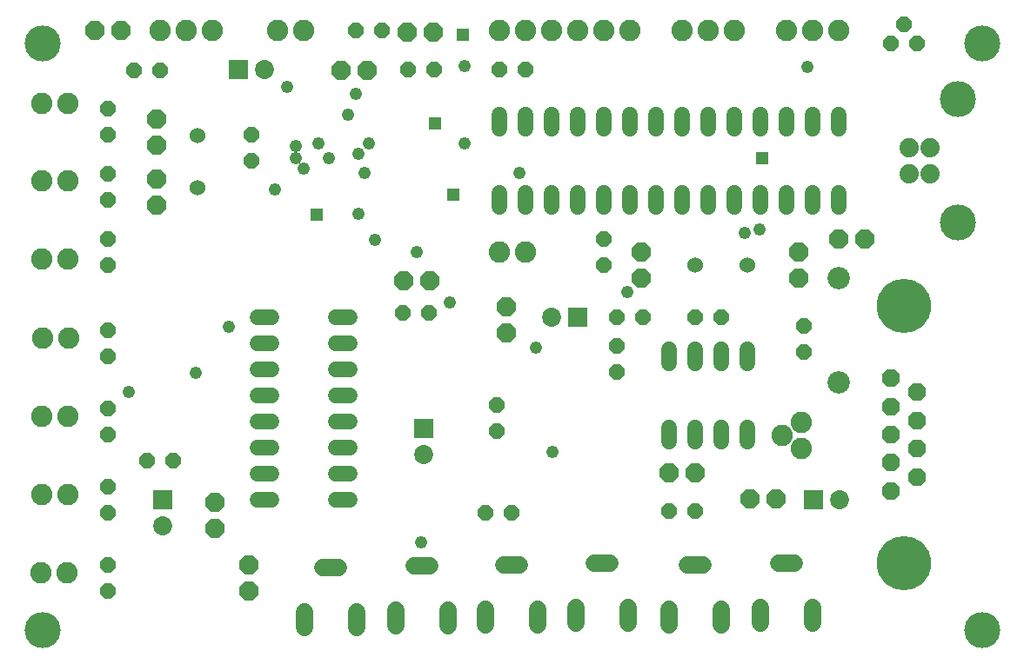
<source format=gbs>
G75*
G70*
%OFA0B0*%
%FSLAX24Y24*%
%IPPOS*%
%LPD*%
%AMOC8*
5,1,8,0,0,1.08239X$1,22.5*
%
%ADD10C,0.0600*%
%ADD11C,0.0820*%
%ADD12C,0.0740*%
%ADD13C,0.1380*%
%ADD14R,0.0730X0.0730*%
%ADD15C,0.0730*%
%ADD16C,0.0600*%
%ADD17C,0.0860*%
%ADD18OC8,0.0600*%
%ADD19OC8,0.0710*%
%ADD20OC8,0.0680*%
%ADD21C,0.2080*%
%ADD22C,0.0680*%
%ADD23C,0.0480*%
%ADD24R,0.0476X0.0476*%
D10*
X011161Y006772D02*
X011681Y006772D01*
X011681Y007772D02*
X011161Y007772D01*
X011161Y008772D02*
X011681Y008772D01*
X011681Y009772D02*
X011161Y009772D01*
X011161Y010772D02*
X011681Y010772D01*
X011681Y011772D02*
X011161Y011772D01*
X011161Y012772D02*
X011681Y012772D01*
X011681Y013772D02*
X011161Y013772D01*
X014161Y013772D02*
X014681Y013772D01*
X014681Y012772D02*
X014161Y012772D01*
X014161Y011772D02*
X014681Y011772D01*
X014681Y010772D02*
X014161Y010772D01*
X014161Y009772D02*
X014681Y009772D01*
X014681Y008772D02*
X014161Y008772D01*
X014161Y007772D02*
X014681Y007772D01*
X014681Y006772D02*
X014161Y006772D01*
X026921Y009012D02*
X026921Y009532D01*
X027921Y009532D02*
X027921Y009012D01*
X028921Y009012D02*
X028921Y009532D01*
X029921Y009532D02*
X029921Y009012D01*
X029921Y012012D02*
X029921Y012532D01*
X028921Y012532D02*
X028921Y012012D01*
X027921Y012012D02*
X027921Y012532D01*
X026921Y012532D02*
X026921Y012012D01*
X026421Y018012D02*
X026421Y018532D01*
X025421Y018532D02*
X025421Y018012D01*
X024421Y018012D02*
X024421Y018532D01*
X023421Y018532D02*
X023421Y018012D01*
X022421Y018012D02*
X022421Y018532D01*
X021421Y018532D02*
X021421Y018012D01*
X020421Y018012D02*
X020421Y018532D01*
X020421Y021012D02*
X020421Y021532D01*
X021421Y021532D02*
X021421Y021012D01*
X022421Y021012D02*
X022421Y021532D01*
X023421Y021532D02*
X023421Y021012D01*
X024421Y021012D02*
X024421Y021532D01*
X025421Y021532D02*
X025421Y021012D01*
X026421Y021012D02*
X026421Y021532D01*
X027421Y021532D02*
X027421Y021012D01*
X028421Y021012D02*
X028421Y021532D01*
X029421Y021532D02*
X029421Y021012D01*
X030421Y021012D02*
X030421Y021532D01*
X031421Y021532D02*
X031421Y021012D01*
X032421Y021012D02*
X032421Y021532D01*
X033421Y021532D02*
X033421Y021012D01*
X033421Y018532D02*
X033421Y018012D01*
X032421Y018012D02*
X032421Y018532D01*
X031421Y018532D02*
X031421Y018012D01*
X030421Y018012D02*
X030421Y018532D01*
X029421Y018532D02*
X029421Y018012D01*
X028421Y018012D02*
X028421Y018532D01*
X027421Y018532D02*
X027421Y018012D01*
D11*
X021421Y016272D03*
X020421Y016272D03*
X031249Y009257D03*
X031999Y009757D03*
X031999Y008757D03*
X032421Y024772D03*
X033421Y024772D03*
X031421Y024772D03*
X029421Y024772D03*
X028421Y024772D03*
X027421Y024772D03*
X025421Y024772D03*
X024421Y024772D03*
X023421Y024772D03*
X022421Y024772D03*
X021421Y024772D03*
X020421Y024772D03*
X012921Y024772D03*
X011921Y024772D03*
X009421Y024772D03*
X008421Y024772D03*
X007421Y024772D03*
X003903Y021987D03*
X002903Y021987D03*
X002903Y019005D03*
X003903Y019005D03*
X003885Y016005D03*
X002885Y016005D03*
X002921Y012987D03*
X003921Y012987D03*
X003903Y009987D03*
X002903Y009987D03*
X002885Y006969D03*
X003885Y006969D03*
X003867Y003969D03*
X002867Y003969D03*
D12*
X036141Y019280D03*
X036921Y019280D03*
X036921Y020264D03*
X036141Y020264D03*
D13*
X002921Y001772D03*
X037991Y017402D03*
X037991Y022142D03*
X038921Y024272D03*
X002921Y024272D03*
X038921Y001772D03*
D14*
X032452Y006788D03*
X023421Y013772D03*
X017526Y009518D03*
X007527Y006772D03*
X010421Y023272D03*
D15*
X011421Y023272D03*
X022421Y013772D03*
X017526Y008518D03*
X007527Y005772D03*
X033452Y006788D03*
D16*
X029921Y015772D03*
X027921Y015772D03*
X008847Y018743D03*
X008847Y020743D03*
D17*
X033421Y015272D03*
X033421Y011272D03*
D18*
X032083Y012436D03*
X032083Y013436D03*
X028921Y013772D03*
X027921Y013772D03*
X025921Y013772D03*
X024921Y013772D03*
X024921Y012666D03*
X024921Y011666D03*
X020331Y010412D03*
X020331Y009412D03*
X019902Y006284D03*
X020902Y006284D03*
X026921Y006357D03*
X027921Y006357D03*
X017741Y013958D03*
X016741Y013958D03*
X024421Y015772D03*
X024421Y016772D03*
X021421Y023272D03*
X020421Y023272D03*
X017921Y023272D03*
X016921Y023272D03*
X015921Y024772D03*
X014921Y024772D03*
X010921Y020772D03*
X010921Y019772D03*
X005421Y019272D03*
X005421Y018272D03*
X005421Y016772D03*
X005421Y015772D03*
X005421Y013272D03*
X005421Y012272D03*
X005421Y010272D03*
X005421Y009272D03*
X006921Y008272D03*
X007921Y008272D03*
X005421Y007272D03*
X005421Y006272D03*
X005421Y004272D03*
X005421Y003272D03*
X005421Y020772D03*
X005421Y021772D03*
X006427Y023232D03*
X007427Y023232D03*
X035421Y024272D03*
X035921Y025022D03*
X036421Y024272D03*
D19*
X034421Y016772D03*
X033421Y016772D03*
X031900Y016289D03*
X031900Y015289D03*
X025852Y015289D03*
X025852Y016289D03*
X020684Y014160D03*
X020684Y013160D03*
X017771Y015172D03*
X016771Y015172D03*
X007291Y018074D03*
X007291Y019074D03*
X007288Y020369D03*
X007288Y021369D03*
X005921Y024772D03*
X004921Y024772D03*
X014377Y023257D03*
X015377Y023257D03*
X016910Y024714D03*
X017910Y024714D03*
X026921Y007795D03*
X027921Y007795D03*
X030043Y006814D03*
X031043Y006814D03*
X010813Y004270D03*
X010813Y003270D03*
X009515Y005660D03*
X009515Y006660D03*
D20*
X035421Y007112D03*
X036421Y007652D03*
X035421Y008192D03*
X036421Y008732D03*
X035421Y009272D03*
X036421Y009812D03*
X035421Y010352D03*
X036421Y010892D03*
X035421Y011432D03*
D21*
X035921Y014202D03*
X035921Y004342D03*
D22*
X032421Y002657D02*
X032421Y002057D01*
X030421Y002057D02*
X030421Y002657D01*
X028921Y002572D02*
X028921Y001972D01*
X026921Y001972D02*
X026921Y002572D01*
X025360Y002626D02*
X025360Y002026D01*
X023360Y002026D02*
X023360Y002626D01*
X021890Y002564D02*
X021890Y001964D01*
X019890Y001964D02*
X019890Y002564D01*
X018452Y002534D02*
X018452Y001934D01*
X016452Y001934D02*
X016452Y002534D01*
X014952Y002472D02*
X014952Y001872D01*
X012952Y001872D02*
X012952Y002472D01*
X013652Y004172D02*
X014252Y004172D01*
X017152Y004234D02*
X017752Y004234D01*
X020590Y004264D02*
X021190Y004264D01*
X024060Y004326D02*
X024660Y004326D01*
X027621Y004272D02*
X028221Y004272D01*
X031121Y004357D02*
X031721Y004357D01*
D23*
X022461Y008592D03*
X017421Y005152D03*
X008781Y011632D03*
X006221Y010912D03*
X010061Y013412D03*
X015661Y016752D03*
X017261Y016272D03*
X015021Y017752D03*
X015261Y019312D03*
X015021Y020032D03*
X015421Y020432D03*
X013901Y019872D03*
X013501Y020432D03*
X012621Y020352D03*
X012621Y019872D03*
X012941Y019472D03*
X011821Y018672D03*
X014621Y021552D03*
X014941Y022352D03*
X012301Y022592D03*
X019101Y023392D03*
X019101Y020432D03*
X021181Y019312D03*
X025341Y014752D03*
X021821Y012592D03*
X018541Y014352D03*
X029821Y016992D03*
X030381Y017152D03*
X032221Y023372D03*
D24*
X030501Y019882D03*
X018661Y018472D03*
X017961Y021212D03*
X019041Y024592D03*
X013441Y017712D03*
M02*

</source>
